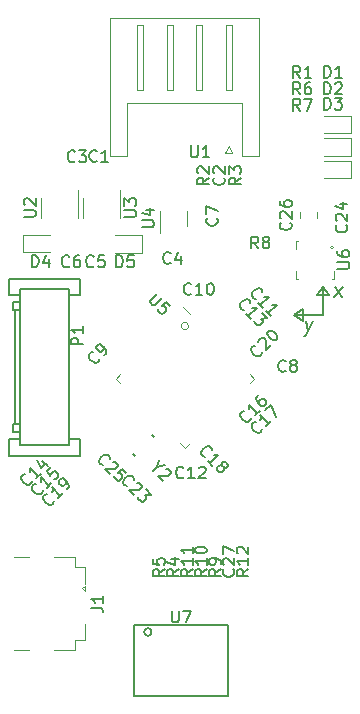
<source format=gto>
G04 #@! TF.GenerationSoftware,KiCad,Pcbnew,(5.0.2)-1*
G04 #@! TF.CreationDate,2019-10-12T16:15:27+09:00*
G04 #@! TF.ProjectId,High_range_accelerometer,48696768-5f72-4616-9e67-655f61636365,rev?*
G04 #@! TF.SameCoordinates,Original*
G04 #@! TF.FileFunction,Legend,Top*
G04 #@! TF.FilePolarity,Positive*
%FSLAX46Y46*%
G04 Gerber Fmt 4.6, Leading zero omitted, Abs format (unit mm)*
G04 Created by KiCad (PCBNEW (5.0.2)-1) date 2019/10/12 16:15:27*
%MOMM*%
%LPD*%
G01*
G04 APERTURE LIST*
%ADD10C,0.100000*%
%ADD11C,0.200000*%
%ADD12C,0.120000*%
%ADD13C,0.150000*%
G04 APERTURE END LIST*
D10*
X107252261Y-79248000D02*
G75*
G03X107252261Y-79248000I-318261J0D01*
G01*
D11*
X104120156Y-105150000D02*
G75*
G03X104120156Y-105150000I-320156J0D01*
G01*
X116900000Y-77800000D02*
X116200000Y-78300000D01*
X116900000Y-77900000D02*
X116900000Y-77800000D01*
X118600000Y-78300000D02*
X116200000Y-78300000D01*
X116200000Y-78300000D02*
X116900000Y-78800000D01*
X116900000Y-78800000D02*
X116900000Y-77900000D01*
X117168422Y-78821428D02*
X117369613Y-79688095D01*
X117787470Y-78821428D02*
X117369613Y-79688095D01*
X117207113Y-79997619D01*
X117137470Y-80059523D01*
X117005922Y-80121428D01*
X119100000Y-76600000D02*
X118600000Y-75900000D01*
X119000000Y-76600000D02*
X119100000Y-76600000D01*
X118100000Y-76600000D02*
X119000000Y-76600000D01*
X118600000Y-75900000D02*
X118100000Y-76600000D01*
X118600000Y-78300000D02*
X118600000Y-75900000D01*
X119529136Y-76788095D02*
X120318422Y-75921428D01*
X119637470Y-75921428D02*
X120210089Y-76788095D01*
D10*
X119493592Y-72593200D02*
G75*
G03X119493592Y-72593200I-113592J0D01*
G01*
D12*
G04 #@! TO.C,U1*
X106898120Y-53160160D02*
X113208120Y-53160160D01*
X113208120Y-53160160D02*
X113208120Y-64880160D01*
X113208120Y-64880160D02*
X111788120Y-64880160D01*
X111788120Y-64880160D02*
X111788120Y-60380160D01*
X111788120Y-60380160D02*
X106898120Y-60380160D01*
X106898120Y-53160160D02*
X100588120Y-53160160D01*
X100588120Y-53160160D02*
X100588120Y-64880160D01*
X100588120Y-64880160D02*
X102008120Y-64880160D01*
X102008120Y-64880160D02*
X102008120Y-60380160D01*
X102008120Y-60380160D02*
X106898120Y-60380160D01*
X110898120Y-59270160D02*
X110898120Y-53770160D01*
X110898120Y-53770160D02*
X110398120Y-53770160D01*
X110398120Y-53770160D02*
X110398120Y-59270160D01*
X110398120Y-59270160D02*
X110898120Y-59270160D01*
X108398120Y-59270160D02*
X108398120Y-53770160D01*
X108398120Y-53770160D02*
X107898120Y-53770160D01*
X107898120Y-53770160D02*
X107898120Y-59270160D01*
X107898120Y-59270160D02*
X108398120Y-59270160D01*
X105898120Y-59270160D02*
X105898120Y-53770160D01*
X105898120Y-53770160D02*
X105398120Y-53770160D01*
X105398120Y-53770160D02*
X105398120Y-59270160D01*
X105398120Y-59270160D02*
X105898120Y-59270160D01*
X103398120Y-59270160D02*
X103398120Y-53770160D01*
X103398120Y-53770160D02*
X102898120Y-53770160D01*
X102898120Y-53770160D02*
X102898120Y-59270160D01*
X102898120Y-59270160D02*
X103398120Y-59270160D01*
X110648120Y-63970160D02*
X110948120Y-64570160D01*
X110948120Y-64570160D02*
X110348120Y-64570160D01*
X110348120Y-64570160D02*
X110648120Y-63970160D01*
G04 #@! TO.C,C26*
X116707350Y-70100958D02*
X116707350Y-69583802D01*
X118127350Y-70100958D02*
X118127350Y-69583802D01*
G04 #@! TO.C,D1*
X118679820Y-62899960D02*
X120964820Y-62899960D01*
X120964820Y-62899960D02*
X120964820Y-61429960D01*
X120964820Y-61429960D02*
X118679820Y-61429960D01*
G04 #@! TO.C,D2*
X120964820Y-63340040D02*
X118679820Y-63340040D01*
X120964820Y-64810040D02*
X120964820Y-63340040D01*
X118679820Y-64810040D02*
X120964820Y-64810040D01*
G04 #@! TO.C,D3*
X118679820Y-66720120D02*
X120964820Y-66720120D01*
X120964820Y-66720120D02*
X120964820Y-65250120D01*
X120964820Y-65250120D02*
X118679820Y-65250120D01*
D13*
G04 #@! TO.C,P1*
X98082080Y-90224000D02*
X92082080Y-90224000D01*
X98082080Y-75224000D02*
X98082080Y-75724000D01*
X92082080Y-75224000D02*
X98082080Y-75224000D01*
X92082080Y-75724000D02*
X92082080Y-75224000D01*
X95382080Y-89324000D02*
X92982080Y-89324000D01*
X95382080Y-89324000D02*
X97082080Y-89324000D01*
X95382080Y-76124000D02*
X92982080Y-76124000D01*
X95382080Y-76124000D02*
X97082080Y-76124000D01*
X97082080Y-78624000D02*
X97082080Y-89324000D01*
X92982080Y-89324000D02*
X92982080Y-78624000D01*
X92082080Y-76624000D02*
X92982080Y-76624000D01*
X97082080Y-76624000D02*
X98082080Y-76624000D01*
X98082080Y-75724000D02*
X98082080Y-76624000D01*
X92982080Y-88824000D02*
X92082080Y-88824000D01*
X98082080Y-88824000D02*
X98082080Y-90224000D01*
X97082080Y-88824000D02*
X98082080Y-88824000D01*
X92082080Y-88824000D02*
X92082080Y-90224000D01*
X92082080Y-75724000D02*
X92082080Y-76624000D01*
X92382080Y-87524000D02*
X92982080Y-87524000D01*
X92382080Y-88224000D02*
X92382080Y-87524000D01*
X92982080Y-88224000D02*
X92382080Y-88224000D01*
X92382080Y-77924000D02*
X92982080Y-77924000D01*
X92382080Y-77224000D02*
X92382080Y-77924000D01*
X92982080Y-77224000D02*
X92382080Y-77224000D01*
X92582080Y-80424000D02*
X92582080Y-87524000D01*
X92982080Y-76124000D02*
X92982080Y-78624000D01*
X92582080Y-80424000D02*
X92582080Y-77924000D01*
X97082080Y-76124000D02*
X97082080Y-78624000D01*
D12*
G04 #@! TO.C,U3*
X98340000Y-68370000D02*
X98340000Y-70130000D01*
X101410000Y-70130000D02*
X101410000Y-67700000D01*
G04 #@! TO.C,U4*
X107096840Y-70767400D02*
X107096840Y-69467400D01*
X104796840Y-71367400D02*
X104796840Y-69467400D01*
G04 #@! TO.C,U6*
X119554900Y-74559440D02*
X119554900Y-75234440D01*
X119554900Y-75234440D02*
X119379900Y-75234440D01*
X116334900Y-74559440D02*
X116334900Y-75234440D01*
X116334900Y-75234440D02*
X116509900Y-75234440D01*
X116334900Y-72689440D02*
X116334900Y-72014440D01*
X116334900Y-72014440D02*
X116509900Y-72014440D01*
D13*
G04 #@! TO.C,U7*
X102598720Y-104579160D02*
X102598720Y-110579160D01*
X110598720Y-110579160D02*
X110598720Y-107579160D01*
X110598720Y-107579160D02*
X110598720Y-104579160D01*
X110598720Y-104579160D02*
X102598720Y-104579160D01*
X102598720Y-110579160D02*
X110598720Y-110579160D01*
G04 #@! TO.C,Y2*
X104350681Y-88629876D02*
X104173904Y-88453099D01*
X102724336Y-90256221D02*
X102547559Y-90079444D01*
D12*
G04 #@! TO.C,U5*
X112421878Y-83300891D02*
X112810786Y-83689800D01*
X112810786Y-83689800D02*
X112421878Y-84078709D01*
X106552891Y-89169878D02*
X106941800Y-89558786D01*
X106941800Y-89558786D02*
X107330709Y-89169878D01*
X101461722Y-84078709D02*
X101072814Y-83689800D01*
X101072814Y-83689800D02*
X101461722Y-83300891D01*
X107330709Y-78209722D02*
X106765023Y-77644037D01*
G04 #@! TO.C,J1*
X95849620Y-98803160D02*
X97649620Y-98803160D01*
X97649620Y-98803160D02*
X97649620Y-99653160D01*
X95849620Y-106703160D02*
X97599620Y-106703160D01*
X97599620Y-106703160D02*
X97649620Y-106703160D01*
X97649620Y-106703160D02*
X97649620Y-105803160D01*
X93699620Y-98803160D02*
X92499620Y-98803160D01*
X98249620Y-101453160D02*
X98449620Y-101253160D01*
X98449620Y-101253160D02*
X98449620Y-101653160D01*
X98449620Y-101653160D02*
X98249620Y-101453160D01*
X93699620Y-106703160D02*
X92499620Y-106703160D01*
X97649620Y-99653160D02*
X98499620Y-99653160D01*
X98499620Y-99653160D02*
X98499620Y-101053160D01*
X97649620Y-105803160D02*
X98499620Y-105803160D01*
X98499620Y-105803160D02*
X98499620Y-104453160D01*
G04 #@! TO.C,D4*
X93215000Y-72985000D02*
X95500000Y-72985000D01*
X93215000Y-71515000D02*
X93215000Y-72985000D01*
X95500000Y-71515000D02*
X93215000Y-71515000D01*
G04 #@! TO.C,D5*
X101050000Y-73035000D02*
X103335000Y-73035000D01*
X103335000Y-73035000D02*
X103335000Y-71565000D01*
X103335000Y-71565000D02*
X101050000Y-71565000D01*
G04 #@! TO.C,U2*
X94790000Y-68370000D02*
X94790000Y-70130000D01*
X97860000Y-70130000D02*
X97860000Y-67700000D01*
G04 #@! TO.C,U1*
D13*
X107442095Y-63942980D02*
X107442095Y-64752504D01*
X107489714Y-64847742D01*
X107537333Y-64895361D01*
X107632571Y-64942980D01*
X107823047Y-64942980D01*
X107918285Y-64895361D01*
X107965904Y-64847742D01*
X108013523Y-64752504D01*
X108013523Y-63942980D01*
X109013523Y-64942980D02*
X108442095Y-64942980D01*
X108727809Y-64942980D02*
X108727809Y-63942980D01*
X108632571Y-64085838D01*
X108537333Y-64181076D01*
X108442095Y-64228695D01*
G04 #@! TO.C,C26*
X115876342Y-70492857D02*
X115923961Y-70540476D01*
X115971580Y-70683333D01*
X115971580Y-70778571D01*
X115923961Y-70921428D01*
X115828723Y-71016666D01*
X115733485Y-71064285D01*
X115543009Y-71111904D01*
X115400152Y-71111904D01*
X115209676Y-71064285D01*
X115114438Y-71016666D01*
X115019200Y-70921428D01*
X114971580Y-70778571D01*
X114971580Y-70683333D01*
X115019200Y-70540476D01*
X115066819Y-70492857D01*
X115066819Y-70111904D02*
X115019200Y-70064285D01*
X114971580Y-69969047D01*
X114971580Y-69730952D01*
X115019200Y-69635714D01*
X115066819Y-69588095D01*
X115162057Y-69540476D01*
X115257295Y-69540476D01*
X115400152Y-69588095D01*
X115971580Y-70159523D01*
X115971580Y-69540476D01*
X114971580Y-68683333D02*
X114971580Y-68873809D01*
X115019200Y-68969047D01*
X115066819Y-69016666D01*
X115209676Y-69111904D01*
X115400152Y-69159523D01*
X115781104Y-69159523D01*
X115876342Y-69111904D01*
X115923961Y-69064285D01*
X115971580Y-68969047D01*
X115971580Y-68778571D01*
X115923961Y-68683333D01*
X115876342Y-68635714D01*
X115781104Y-68588095D01*
X115543009Y-68588095D01*
X115447771Y-68635714D01*
X115400152Y-68683333D01*
X115352533Y-68778571D01*
X115352533Y-68969047D01*
X115400152Y-69064285D01*
X115447771Y-69111904D01*
X115543009Y-69159523D01*
G04 #@! TO.C,D1*
X118710024Y-58222540D02*
X118710024Y-57222540D01*
X118948120Y-57222540D01*
X119090977Y-57270160D01*
X119186215Y-57365398D01*
X119233834Y-57460636D01*
X119281453Y-57651112D01*
X119281453Y-57793969D01*
X119233834Y-57984445D01*
X119186215Y-58079683D01*
X119090977Y-58174921D01*
X118948120Y-58222540D01*
X118710024Y-58222540D01*
X120233834Y-58222540D02*
X119662405Y-58222540D01*
X119948120Y-58222540D02*
X119948120Y-57222540D01*
X119852881Y-57365398D01*
X119757643Y-57460636D01*
X119662405Y-57508255D01*
G04 #@! TO.C,D2*
X118710024Y-59622540D02*
X118710024Y-58622540D01*
X118948120Y-58622540D01*
X119090977Y-58670160D01*
X119186215Y-58765398D01*
X119233834Y-58860636D01*
X119281453Y-59051112D01*
X119281453Y-59193969D01*
X119233834Y-59384445D01*
X119186215Y-59479683D01*
X119090977Y-59574921D01*
X118948120Y-59622540D01*
X118710024Y-59622540D01*
X119662405Y-58717779D02*
X119710024Y-58670160D01*
X119805262Y-58622540D01*
X120043358Y-58622540D01*
X120138596Y-58670160D01*
X120186215Y-58717779D01*
X120233834Y-58813017D01*
X120233834Y-58908255D01*
X120186215Y-59051112D01*
X119614786Y-59622540D01*
X120233834Y-59622540D01*
G04 #@! TO.C,D3*
X118710024Y-60922540D02*
X118710024Y-59922540D01*
X118948120Y-59922540D01*
X119090977Y-59970160D01*
X119186215Y-60065398D01*
X119233834Y-60160636D01*
X119281453Y-60351112D01*
X119281453Y-60493969D01*
X119233834Y-60684445D01*
X119186215Y-60779683D01*
X119090977Y-60874921D01*
X118948120Y-60922540D01*
X118710024Y-60922540D01*
X119614786Y-59922540D02*
X120233834Y-59922540D01*
X119900500Y-60303493D01*
X120043358Y-60303493D01*
X120138596Y-60351112D01*
X120186215Y-60398731D01*
X120233834Y-60493969D01*
X120233834Y-60732064D01*
X120186215Y-60827302D01*
X120138596Y-60874921D01*
X120043358Y-60922540D01*
X119757643Y-60922540D01*
X119662405Y-60874921D01*
X119614786Y-60827302D01*
G04 #@! TO.C,P1*
X98334460Y-80808255D02*
X97334460Y-80808255D01*
X97334460Y-80427302D01*
X97382080Y-80332064D01*
X97429699Y-80284445D01*
X97524937Y-80236826D01*
X97667794Y-80236826D01*
X97763032Y-80284445D01*
X97810651Y-80332064D01*
X97858270Y-80427302D01*
X97858270Y-80808255D01*
X98334460Y-79284445D02*
X98334460Y-79855874D01*
X98334460Y-79570160D02*
X97334460Y-79570160D01*
X97477318Y-79665398D01*
X97572556Y-79760636D01*
X97620175Y-79855874D01*
G04 #@! TO.C,U3*
X101802380Y-70011904D02*
X102611904Y-70011904D01*
X102707142Y-69964285D01*
X102754761Y-69916666D01*
X102802380Y-69821428D01*
X102802380Y-69630952D01*
X102754761Y-69535714D01*
X102707142Y-69488095D01*
X102611904Y-69440476D01*
X101802380Y-69440476D01*
X101802380Y-69059523D02*
X101802380Y-68440476D01*
X102183333Y-68773809D01*
X102183333Y-68630952D01*
X102230952Y-68535714D01*
X102278571Y-68488095D01*
X102373809Y-68440476D01*
X102611904Y-68440476D01*
X102707142Y-68488095D01*
X102754761Y-68535714D01*
X102802380Y-68630952D01*
X102802380Y-68916666D01*
X102754761Y-69011904D01*
X102707142Y-69059523D01*
G04 #@! TO.C,U4*
X103324220Y-70879304D02*
X104133744Y-70879304D01*
X104228982Y-70831685D01*
X104276601Y-70784066D01*
X104324220Y-70688828D01*
X104324220Y-70498352D01*
X104276601Y-70403114D01*
X104228982Y-70355495D01*
X104133744Y-70307876D01*
X103324220Y-70307876D01*
X103657554Y-69403114D02*
X104324220Y-69403114D01*
X103276601Y-69641209D02*
X103990887Y-69879304D01*
X103990887Y-69260257D01*
G04 #@! TO.C,U6*
X119847280Y-74386344D02*
X120656804Y-74386344D01*
X120752042Y-74338725D01*
X120799661Y-74291106D01*
X120847280Y-74195868D01*
X120847280Y-74005392D01*
X120799661Y-73910154D01*
X120752042Y-73862535D01*
X120656804Y-73814916D01*
X119847280Y-73814916D01*
X119847280Y-72910154D02*
X119847280Y-73100630D01*
X119894900Y-73195868D01*
X119942519Y-73243487D01*
X120085376Y-73338725D01*
X120275852Y-73386344D01*
X120656804Y-73386344D01*
X120752042Y-73338725D01*
X120799661Y-73291106D01*
X120847280Y-73195868D01*
X120847280Y-73005392D01*
X120799661Y-72910154D01*
X120752042Y-72862535D01*
X120656804Y-72814916D01*
X120418709Y-72814916D01*
X120323471Y-72862535D01*
X120275852Y-72910154D01*
X120228233Y-73005392D01*
X120228233Y-73195868D01*
X120275852Y-73291106D01*
X120323471Y-73338725D01*
X120418709Y-73386344D01*
G04 #@! TO.C,U7*
X105836815Y-103331540D02*
X105836815Y-104141064D01*
X105884434Y-104236302D01*
X105932053Y-104283921D01*
X106027291Y-104331540D01*
X106217767Y-104331540D01*
X106313005Y-104283921D01*
X106360624Y-104236302D01*
X106408243Y-104141064D01*
X106408243Y-103331540D01*
X106789196Y-103331540D02*
X107455862Y-103331540D01*
X107027291Y-104331540D01*
G04 #@! TO.C,Y2*
X104607518Y-91188046D02*
X104270800Y-91524764D01*
X104742205Y-90581955D02*
X104607518Y-91188046D01*
X105213609Y-91053359D01*
X105348296Y-91322733D02*
X105415640Y-91322733D01*
X105516655Y-91356405D01*
X105685014Y-91524764D01*
X105718686Y-91625779D01*
X105718686Y-91693122D01*
X105685014Y-91794138D01*
X105617670Y-91861481D01*
X105482983Y-91928825D01*
X104674861Y-91928825D01*
X105112594Y-92366557D01*
G04 #@! TO.C,U5*
X104598077Y-76493226D02*
X104025657Y-77065646D01*
X103991985Y-77166661D01*
X103991985Y-77234005D01*
X104025657Y-77335020D01*
X104160344Y-77469707D01*
X104261359Y-77503379D01*
X104328703Y-77503379D01*
X104429718Y-77469707D01*
X105002138Y-76897287D01*
X105675573Y-77570722D02*
X105338855Y-77234005D01*
X104968466Y-77537051D01*
X105035809Y-77537051D01*
X105136825Y-77570722D01*
X105305183Y-77739081D01*
X105338855Y-77840096D01*
X105338855Y-77907440D01*
X105305183Y-78008455D01*
X105136825Y-78176814D01*
X105035809Y-78210486D01*
X104968466Y-78210486D01*
X104867451Y-78176814D01*
X104699092Y-78008455D01*
X104665420Y-77907440D01*
X104665420Y-77840096D01*
G04 #@! TO.C,C2*
X110237542Y-66689266D02*
X110285161Y-66736885D01*
X110332780Y-66879742D01*
X110332780Y-66974980D01*
X110285161Y-67117838D01*
X110189923Y-67213076D01*
X110094685Y-67260695D01*
X109904209Y-67308314D01*
X109761352Y-67308314D01*
X109570876Y-67260695D01*
X109475638Y-67213076D01*
X109380400Y-67117838D01*
X109332780Y-66974980D01*
X109332780Y-66879742D01*
X109380400Y-66736885D01*
X109428019Y-66689266D01*
X109428019Y-66308314D02*
X109380400Y-66260695D01*
X109332780Y-66165457D01*
X109332780Y-65927361D01*
X109380400Y-65832123D01*
X109428019Y-65784504D01*
X109523257Y-65736885D01*
X109618495Y-65736885D01*
X109761352Y-65784504D01*
X110332780Y-66355933D01*
X110332780Y-65736885D01*
G04 #@! TO.C,C4*
X105720853Y-73892442D02*
X105673234Y-73940061D01*
X105530377Y-73987680D01*
X105435139Y-73987680D01*
X105292281Y-73940061D01*
X105197043Y-73844823D01*
X105149424Y-73749585D01*
X105101805Y-73559109D01*
X105101805Y-73416252D01*
X105149424Y-73225776D01*
X105197043Y-73130538D01*
X105292281Y-73035300D01*
X105435139Y-72987680D01*
X105530377Y-72987680D01*
X105673234Y-73035300D01*
X105720853Y-73082919D01*
X106577996Y-73321014D02*
X106577996Y-73987680D01*
X106339900Y-72940061D02*
X106101805Y-73654347D01*
X106720853Y-73654347D01*
G04 #@! TO.C,C7*
X109627942Y-70118266D02*
X109675561Y-70165885D01*
X109723180Y-70308742D01*
X109723180Y-70403980D01*
X109675561Y-70546838D01*
X109580323Y-70642076D01*
X109485085Y-70689695D01*
X109294609Y-70737314D01*
X109151752Y-70737314D01*
X108961276Y-70689695D01*
X108866038Y-70642076D01*
X108770800Y-70546838D01*
X108723180Y-70403980D01*
X108723180Y-70308742D01*
X108770800Y-70165885D01*
X108818419Y-70118266D01*
X108723180Y-69784933D02*
X108723180Y-69118266D01*
X109723180Y-69546838D01*
G04 #@! TO.C,C8*
X115466833Y-83034142D02*
X115419214Y-83081761D01*
X115276357Y-83129380D01*
X115181119Y-83129380D01*
X115038261Y-83081761D01*
X114943023Y-82986523D01*
X114895404Y-82891285D01*
X114847785Y-82700809D01*
X114847785Y-82557952D01*
X114895404Y-82367476D01*
X114943023Y-82272238D01*
X115038261Y-82177000D01*
X115181119Y-82129380D01*
X115276357Y-82129380D01*
X115419214Y-82177000D01*
X115466833Y-82224619D01*
X116038261Y-82557952D02*
X115943023Y-82510333D01*
X115895404Y-82462714D01*
X115847785Y-82367476D01*
X115847785Y-82319857D01*
X115895404Y-82224619D01*
X115943023Y-82177000D01*
X116038261Y-82129380D01*
X116228738Y-82129380D01*
X116323976Y-82177000D01*
X116371595Y-82224619D01*
X116419214Y-82319857D01*
X116419214Y-82367476D01*
X116371595Y-82462714D01*
X116323976Y-82510333D01*
X116228738Y-82557952D01*
X116038261Y-82557952D01*
X115943023Y-82605571D01*
X115895404Y-82653190D01*
X115847785Y-82748428D01*
X115847785Y-82938904D01*
X115895404Y-83034142D01*
X115943023Y-83081761D01*
X116038261Y-83129380D01*
X116228738Y-83129380D01*
X116323976Y-83081761D01*
X116371595Y-83034142D01*
X116419214Y-82938904D01*
X116419214Y-82748428D01*
X116371595Y-82653190D01*
X116323976Y-82605571D01*
X116228738Y-82557952D01*
G04 #@! TO.C,C9*
X99702687Y-82005989D02*
X99702687Y-82073332D01*
X99635343Y-82208019D01*
X99568000Y-82275363D01*
X99433312Y-82342706D01*
X99298625Y-82342706D01*
X99197610Y-82309035D01*
X99029251Y-82208019D01*
X98928236Y-82107004D01*
X98827221Y-81938645D01*
X98793549Y-81837630D01*
X98793549Y-81702943D01*
X98860893Y-81568256D01*
X98928236Y-81500912D01*
X99062923Y-81433569D01*
X99130267Y-81433569D01*
X100106748Y-81736615D02*
X100241435Y-81601928D01*
X100275106Y-81500912D01*
X100275106Y-81433569D01*
X100241435Y-81265210D01*
X100140419Y-81096851D01*
X99871045Y-80827477D01*
X99770030Y-80793806D01*
X99702687Y-80793806D01*
X99601671Y-80827477D01*
X99466984Y-80962164D01*
X99433312Y-81063180D01*
X99433312Y-81130523D01*
X99466984Y-81231538D01*
X99635343Y-81399897D01*
X99736358Y-81433569D01*
X99803702Y-81433569D01*
X99904717Y-81399897D01*
X100039404Y-81265210D01*
X100073076Y-81164195D01*
X100073076Y-81096851D01*
X100039404Y-80995836D01*
G04 #@! TO.C,C10*
X107459542Y-76506342D02*
X107411923Y-76553961D01*
X107269066Y-76601580D01*
X107173828Y-76601580D01*
X107030971Y-76553961D01*
X106935733Y-76458723D01*
X106888114Y-76363485D01*
X106840495Y-76173009D01*
X106840495Y-76030152D01*
X106888114Y-75839676D01*
X106935733Y-75744438D01*
X107030971Y-75649200D01*
X107173828Y-75601580D01*
X107269066Y-75601580D01*
X107411923Y-75649200D01*
X107459542Y-75696819D01*
X108411923Y-76601580D02*
X107840495Y-76601580D01*
X108126209Y-76601580D02*
X108126209Y-75601580D01*
X108030971Y-75744438D01*
X107935733Y-75839676D01*
X107840495Y-75887295D01*
X109030971Y-75601580D02*
X109126209Y-75601580D01*
X109221447Y-75649200D01*
X109269066Y-75696819D01*
X109316685Y-75792057D01*
X109364304Y-75982533D01*
X109364304Y-76220628D01*
X109316685Y-76411104D01*
X109269066Y-76506342D01*
X109221447Y-76553961D01*
X109126209Y-76601580D01*
X109030971Y-76601580D01*
X108935733Y-76553961D01*
X108888114Y-76506342D01*
X108840495Y-76411104D01*
X108792876Y-76220628D01*
X108792876Y-75982533D01*
X108840495Y-75792057D01*
X108888114Y-75696819D01*
X108935733Y-75649200D01*
X109030971Y-75601580D01*
G04 #@! TO.C,C11*
X112932493Y-76963169D02*
X112865149Y-76963169D01*
X112730462Y-76895825D01*
X112663119Y-76828482D01*
X112595775Y-76693795D01*
X112595775Y-76559108D01*
X112629447Y-76458093D01*
X112730462Y-76289734D01*
X112831477Y-76188719D01*
X112999836Y-76087703D01*
X113100851Y-76054032D01*
X113235538Y-76054032D01*
X113370225Y-76121375D01*
X113437569Y-76188719D01*
X113504912Y-76323406D01*
X113504912Y-76390749D01*
X113538584Y-77703948D02*
X113134523Y-77299887D01*
X113336554Y-77501917D02*
X114043661Y-76794810D01*
X113875302Y-76828482D01*
X113740615Y-76828482D01*
X113639600Y-76794810D01*
X114212019Y-78377383D02*
X113807958Y-77973322D01*
X114009989Y-78175352D02*
X114717096Y-77468245D01*
X114548737Y-77501917D01*
X114414050Y-77501917D01*
X114313035Y-77468245D01*
G04 #@! TO.C,C12*
X106799142Y-92051142D02*
X106751523Y-92098761D01*
X106608666Y-92146380D01*
X106513428Y-92146380D01*
X106370571Y-92098761D01*
X106275333Y-92003523D01*
X106227714Y-91908285D01*
X106180095Y-91717809D01*
X106180095Y-91574952D01*
X106227714Y-91384476D01*
X106275333Y-91289238D01*
X106370571Y-91194000D01*
X106513428Y-91146380D01*
X106608666Y-91146380D01*
X106751523Y-91194000D01*
X106799142Y-91241619D01*
X107751523Y-92146380D02*
X107180095Y-92146380D01*
X107465809Y-92146380D02*
X107465809Y-91146380D01*
X107370571Y-91289238D01*
X107275333Y-91384476D01*
X107180095Y-91432095D01*
X108132476Y-91241619D02*
X108180095Y-91194000D01*
X108275333Y-91146380D01*
X108513428Y-91146380D01*
X108608666Y-91194000D01*
X108656285Y-91241619D01*
X108703904Y-91336857D01*
X108703904Y-91432095D01*
X108656285Y-91574952D01*
X108084857Y-92146380D01*
X108703904Y-92146380D01*
G04 #@! TO.C,C13*
X111916493Y-77877569D02*
X111849149Y-77877569D01*
X111714462Y-77810225D01*
X111647119Y-77742882D01*
X111579775Y-77608195D01*
X111579775Y-77473508D01*
X111613447Y-77372493D01*
X111714462Y-77204134D01*
X111815477Y-77103119D01*
X111983836Y-77002103D01*
X112084851Y-76968432D01*
X112219538Y-76968432D01*
X112354225Y-77035775D01*
X112421569Y-77103119D01*
X112488912Y-77237806D01*
X112488912Y-77305149D01*
X112522584Y-78618348D02*
X112118523Y-78214287D01*
X112320554Y-78416317D02*
X113027661Y-77709210D01*
X112859302Y-77742882D01*
X112724615Y-77742882D01*
X112623600Y-77709210D01*
X113465393Y-78146943D02*
X113903126Y-78584676D01*
X113398050Y-78618348D01*
X113499065Y-78719363D01*
X113532737Y-78820378D01*
X113532737Y-78887722D01*
X113499065Y-78988737D01*
X113330706Y-79157096D01*
X113229691Y-79190767D01*
X113162348Y-79190767D01*
X113061332Y-79157096D01*
X112859302Y-78955065D01*
X112825630Y-78854050D01*
X112825630Y-78786706D01*
G04 #@! TO.C,C14*
X93981169Y-92350306D02*
X93981169Y-92417650D01*
X93913825Y-92552337D01*
X93846482Y-92619680D01*
X93711795Y-92687024D01*
X93577108Y-92687024D01*
X93476093Y-92653352D01*
X93307734Y-92552337D01*
X93206719Y-92451322D01*
X93105703Y-92282963D01*
X93072032Y-92181948D01*
X93072032Y-92047261D01*
X93139375Y-91912574D01*
X93206719Y-91845230D01*
X93341406Y-91777887D01*
X93408749Y-91777887D01*
X94721948Y-91744215D02*
X94317887Y-92148276D01*
X94519917Y-91946245D02*
X93812810Y-91239138D01*
X93846482Y-91407497D01*
X93846482Y-91542184D01*
X93812810Y-91643200D01*
X94856635Y-90666719D02*
X95328039Y-91138123D01*
X94418902Y-90565703D02*
X94755619Y-91239138D01*
X95193352Y-90801406D01*
G04 #@! TO.C,C15*
X94895569Y-93163106D02*
X94895569Y-93230450D01*
X94828225Y-93365137D01*
X94760882Y-93432480D01*
X94626195Y-93499824D01*
X94491508Y-93499824D01*
X94390493Y-93466152D01*
X94222134Y-93365137D01*
X94121119Y-93264122D01*
X94020103Y-93095763D01*
X93986432Y-92994748D01*
X93986432Y-92860061D01*
X94053775Y-92725374D01*
X94121119Y-92658030D01*
X94255806Y-92590687D01*
X94323149Y-92590687D01*
X95636348Y-92557015D02*
X95232287Y-92961076D01*
X95434317Y-92759045D02*
X94727210Y-92051938D01*
X94760882Y-92220297D01*
X94760882Y-92354984D01*
X94727210Y-92456000D01*
X95569004Y-91210145D02*
X95232287Y-91546862D01*
X95535332Y-91917251D01*
X95535332Y-91849908D01*
X95569004Y-91748893D01*
X95737363Y-91580534D01*
X95838378Y-91546862D01*
X95905722Y-91546862D01*
X96006737Y-91580534D01*
X96175096Y-91748893D01*
X96208767Y-91849908D01*
X96208767Y-91917251D01*
X96175096Y-92018267D01*
X96006737Y-92186625D01*
X95905722Y-92220297D01*
X95838378Y-92220297D01*
G04 #@! TO.C,C16*
X112523169Y-87016306D02*
X112523169Y-87083650D01*
X112455825Y-87218337D01*
X112388482Y-87285680D01*
X112253795Y-87353024D01*
X112119108Y-87353024D01*
X112018093Y-87319352D01*
X111849734Y-87218337D01*
X111748719Y-87117322D01*
X111647703Y-86948963D01*
X111614032Y-86847948D01*
X111614032Y-86713261D01*
X111681375Y-86578574D01*
X111748719Y-86511230D01*
X111883406Y-86443887D01*
X111950749Y-86443887D01*
X113263948Y-86410215D02*
X112859887Y-86814276D01*
X113061917Y-86612245D02*
X112354810Y-85905138D01*
X112388482Y-86073497D01*
X112388482Y-86208184D01*
X112354810Y-86309200D01*
X113162932Y-85097016D02*
X113028245Y-85231703D01*
X112994574Y-85332719D01*
X112994574Y-85400062D01*
X113028245Y-85568421D01*
X113129261Y-85736780D01*
X113398635Y-86006154D01*
X113499650Y-86039825D01*
X113566993Y-86039825D01*
X113668009Y-86006154D01*
X113802696Y-85871467D01*
X113836367Y-85770451D01*
X113836367Y-85703108D01*
X113802696Y-85602093D01*
X113634337Y-85433734D01*
X113533322Y-85400062D01*
X113465978Y-85400062D01*
X113364963Y-85433734D01*
X113230276Y-85568421D01*
X113196604Y-85669436D01*
X113196604Y-85736780D01*
X113230276Y-85837795D01*
G04 #@! TO.C,C17*
X113488369Y-87930706D02*
X113488369Y-87998050D01*
X113421025Y-88132737D01*
X113353682Y-88200080D01*
X113218995Y-88267424D01*
X113084308Y-88267424D01*
X112983293Y-88233752D01*
X112814934Y-88132737D01*
X112713919Y-88031722D01*
X112612903Y-87863363D01*
X112579232Y-87762348D01*
X112579232Y-87627661D01*
X112646575Y-87492974D01*
X112713919Y-87425630D01*
X112848606Y-87358287D01*
X112915949Y-87358287D01*
X114229148Y-87324615D02*
X113825087Y-87728676D01*
X114027117Y-87526645D02*
X113320010Y-86819538D01*
X113353682Y-86987897D01*
X113353682Y-87122584D01*
X113320010Y-87223600D01*
X113757743Y-86381806D02*
X114229148Y-85910401D01*
X114633209Y-86920554D01*
G04 #@! TO.C,C18*
X108665293Y-90323569D02*
X108597949Y-90323569D01*
X108463262Y-90256225D01*
X108395919Y-90188882D01*
X108328575Y-90054195D01*
X108328575Y-89919508D01*
X108362247Y-89818493D01*
X108463262Y-89650134D01*
X108564277Y-89549119D01*
X108732636Y-89448103D01*
X108833651Y-89414432D01*
X108968338Y-89414432D01*
X109103025Y-89481775D01*
X109170369Y-89549119D01*
X109237712Y-89683806D01*
X109237712Y-89751149D01*
X109271384Y-91064348D02*
X108867323Y-90660287D01*
X109069354Y-90862317D02*
X109776461Y-90155210D01*
X109608102Y-90188882D01*
X109473415Y-90188882D01*
X109372400Y-90155210D01*
X110079506Y-91064348D02*
X110045835Y-90963332D01*
X110045835Y-90895989D01*
X110079506Y-90794974D01*
X110113178Y-90761302D01*
X110214193Y-90727630D01*
X110281537Y-90727630D01*
X110382552Y-90761302D01*
X110517239Y-90895989D01*
X110550911Y-90997004D01*
X110550911Y-91064348D01*
X110517239Y-91165363D01*
X110483567Y-91199035D01*
X110382552Y-91232706D01*
X110315209Y-91232706D01*
X110214193Y-91199035D01*
X110079506Y-91064348D01*
X109978491Y-91030676D01*
X109911148Y-91030676D01*
X109810132Y-91064348D01*
X109675445Y-91199035D01*
X109641774Y-91300050D01*
X109641774Y-91367393D01*
X109675445Y-91468409D01*
X109810132Y-91603096D01*
X109911148Y-91636767D01*
X109978491Y-91636767D01*
X110079506Y-91603096D01*
X110214193Y-91468409D01*
X110247865Y-91367393D01*
X110247865Y-91300050D01*
X110214193Y-91199035D01*
G04 #@! TO.C,C19*
X95860769Y-94026706D02*
X95860769Y-94094050D01*
X95793425Y-94228737D01*
X95726082Y-94296080D01*
X95591395Y-94363424D01*
X95456708Y-94363424D01*
X95355693Y-94329752D01*
X95187334Y-94228737D01*
X95086319Y-94127722D01*
X94985303Y-93959363D01*
X94951632Y-93858348D01*
X94951632Y-93723661D01*
X95018975Y-93588974D01*
X95086319Y-93521630D01*
X95221006Y-93454287D01*
X95288349Y-93454287D01*
X96601548Y-93420615D02*
X96197487Y-93824676D01*
X96399517Y-93622645D02*
X95692410Y-92915538D01*
X95726082Y-93083897D01*
X95726082Y-93218584D01*
X95692410Y-93319600D01*
X96938265Y-93083897D02*
X97072952Y-92949210D01*
X97106624Y-92848195D01*
X97106624Y-92780851D01*
X97072952Y-92612493D01*
X96971937Y-92444134D01*
X96702563Y-92174760D01*
X96601548Y-92141088D01*
X96534204Y-92141088D01*
X96433189Y-92174760D01*
X96298502Y-92309447D01*
X96264830Y-92410462D01*
X96264830Y-92477806D01*
X96298502Y-92578821D01*
X96466861Y-92747180D01*
X96567876Y-92780851D01*
X96635219Y-92780851D01*
X96736235Y-92747180D01*
X96870922Y-92612493D01*
X96904593Y-92511477D01*
X96904593Y-92444134D01*
X96870922Y-92343119D01*
G04 #@! TO.C,C20*
X113462969Y-81479106D02*
X113462969Y-81546450D01*
X113395625Y-81681137D01*
X113328282Y-81748480D01*
X113193595Y-81815824D01*
X113058908Y-81815824D01*
X112957893Y-81782152D01*
X112789534Y-81681137D01*
X112688519Y-81580122D01*
X112587503Y-81411763D01*
X112553832Y-81310748D01*
X112553832Y-81176061D01*
X112621175Y-81041374D01*
X112688519Y-80974030D01*
X112823206Y-80906687D01*
X112890549Y-80906687D01*
X113159923Y-80637312D02*
X113159923Y-80569969D01*
X113193595Y-80468954D01*
X113361954Y-80300595D01*
X113462969Y-80266923D01*
X113530312Y-80266923D01*
X113631328Y-80300595D01*
X113698671Y-80367938D01*
X113766015Y-80502625D01*
X113766015Y-81310748D01*
X114203748Y-80873015D01*
X113934374Y-79728175D02*
X114001717Y-79660832D01*
X114102732Y-79627160D01*
X114170076Y-79627160D01*
X114271091Y-79660832D01*
X114439450Y-79761847D01*
X114607809Y-79930206D01*
X114708824Y-80098564D01*
X114742496Y-80199580D01*
X114742496Y-80266923D01*
X114708824Y-80367938D01*
X114641480Y-80435282D01*
X114540465Y-80468954D01*
X114473122Y-80468954D01*
X114372106Y-80435282D01*
X114203748Y-80334267D01*
X114035389Y-80165908D01*
X113934374Y-79997549D01*
X113900702Y-79896534D01*
X113900702Y-79829190D01*
X113934374Y-79728175D01*
G04 #@! TO.C,C23*
X102061293Y-92812768D02*
X101993949Y-92812768D01*
X101859262Y-92745424D01*
X101791919Y-92678081D01*
X101724575Y-92543394D01*
X101724575Y-92408707D01*
X101758247Y-92307692D01*
X101859262Y-92139333D01*
X101960277Y-92038318D01*
X102128636Y-91937302D01*
X102229651Y-91903631D01*
X102364338Y-91903631D01*
X102499025Y-91970974D01*
X102566369Y-92038318D01*
X102633712Y-92173005D01*
X102633712Y-92240348D01*
X102903087Y-92509722D02*
X102970430Y-92509722D01*
X103071445Y-92543394D01*
X103239804Y-92711753D01*
X103273476Y-92812768D01*
X103273476Y-92880111D01*
X103239804Y-92981127D01*
X103172461Y-93048470D01*
X103037774Y-93115814D01*
X102229651Y-93115814D01*
X102667384Y-93553547D01*
X103610193Y-93082142D02*
X104047926Y-93519875D01*
X103542850Y-93553547D01*
X103643865Y-93654562D01*
X103677537Y-93755577D01*
X103677537Y-93822921D01*
X103643865Y-93923936D01*
X103475506Y-94092295D01*
X103374491Y-94125966D01*
X103307148Y-94125966D01*
X103206132Y-94092295D01*
X103004102Y-93890264D01*
X102970430Y-93789249D01*
X102970430Y-93721905D01*
G04 #@! TO.C,C24*
X120600742Y-70696057D02*
X120648361Y-70743676D01*
X120695980Y-70886533D01*
X120695980Y-70981771D01*
X120648361Y-71124628D01*
X120553123Y-71219866D01*
X120457885Y-71267485D01*
X120267409Y-71315104D01*
X120124552Y-71315104D01*
X119934076Y-71267485D01*
X119838838Y-71219866D01*
X119743600Y-71124628D01*
X119695980Y-70981771D01*
X119695980Y-70886533D01*
X119743600Y-70743676D01*
X119791219Y-70696057D01*
X119791219Y-70315104D02*
X119743600Y-70267485D01*
X119695980Y-70172247D01*
X119695980Y-69934152D01*
X119743600Y-69838914D01*
X119791219Y-69791295D01*
X119886457Y-69743676D01*
X119981695Y-69743676D01*
X120124552Y-69791295D01*
X120695980Y-70362723D01*
X120695980Y-69743676D01*
X120029314Y-68886533D02*
X120695980Y-68886533D01*
X119648361Y-69124628D02*
X120362647Y-69362723D01*
X120362647Y-68743676D01*
G04 #@! TO.C,C25*
X100029292Y-91034769D02*
X99961948Y-91034769D01*
X99827261Y-90967425D01*
X99759918Y-90900082D01*
X99692574Y-90765395D01*
X99692574Y-90630708D01*
X99726246Y-90529693D01*
X99827261Y-90361334D01*
X99928276Y-90260319D01*
X100096635Y-90159303D01*
X100197650Y-90125632D01*
X100332337Y-90125632D01*
X100467024Y-90192975D01*
X100534368Y-90260319D01*
X100601711Y-90395006D01*
X100601711Y-90462349D01*
X100871086Y-90731723D02*
X100938429Y-90731723D01*
X101039444Y-90765395D01*
X101207803Y-90933754D01*
X101241475Y-91034769D01*
X101241475Y-91102112D01*
X101207803Y-91203128D01*
X101140460Y-91270471D01*
X101005773Y-91337815D01*
X100197650Y-91337815D01*
X100635383Y-91775548D01*
X101982253Y-91708204D02*
X101645536Y-91371487D01*
X101275147Y-91674532D01*
X101342490Y-91674532D01*
X101443505Y-91708204D01*
X101611864Y-91876563D01*
X101645536Y-91977578D01*
X101645536Y-92044922D01*
X101611864Y-92145937D01*
X101443505Y-92314296D01*
X101342490Y-92347967D01*
X101275147Y-92347967D01*
X101174131Y-92314296D01*
X101005773Y-92145937D01*
X100972101Y-92044922D01*
X100972101Y-91977578D01*
G04 #@! TO.C,C27*
X111037642Y-99836266D02*
X111085261Y-99883885D01*
X111132880Y-100026742D01*
X111132880Y-100121980D01*
X111085261Y-100264837D01*
X110990023Y-100360075D01*
X110894785Y-100407694D01*
X110704309Y-100455313D01*
X110561452Y-100455313D01*
X110370976Y-100407694D01*
X110275738Y-100360075D01*
X110180500Y-100264837D01*
X110132880Y-100121980D01*
X110132880Y-100026742D01*
X110180500Y-99883885D01*
X110228119Y-99836266D01*
X110228119Y-99455313D02*
X110180500Y-99407694D01*
X110132880Y-99312456D01*
X110132880Y-99074361D01*
X110180500Y-98979123D01*
X110228119Y-98931504D01*
X110323357Y-98883885D01*
X110418595Y-98883885D01*
X110561452Y-98931504D01*
X111132880Y-99502932D01*
X111132880Y-98883885D01*
X110132880Y-98550551D02*
X110132880Y-97883885D01*
X111132880Y-98312456D01*
G04 #@! TO.C,J1*
X99002000Y-103086493D02*
X99716286Y-103086493D01*
X99859143Y-103134112D01*
X99954381Y-103229350D01*
X100002000Y-103372207D01*
X100002000Y-103467445D01*
X100002000Y-102086493D02*
X100002000Y-102657921D01*
X100002000Y-102372207D02*
X99002000Y-102372207D01*
X99144858Y-102467445D01*
X99240096Y-102562683D01*
X99287715Y-102657921D01*
G04 #@! TO.C,C1*
X99477533Y-65254142D02*
X99429914Y-65301761D01*
X99287057Y-65349380D01*
X99191819Y-65349380D01*
X99048961Y-65301761D01*
X98953723Y-65206523D01*
X98906104Y-65111285D01*
X98858485Y-64920809D01*
X98858485Y-64777952D01*
X98906104Y-64587476D01*
X98953723Y-64492238D01*
X99048961Y-64397000D01*
X99191819Y-64349380D01*
X99287057Y-64349380D01*
X99429914Y-64397000D01*
X99477533Y-64444619D01*
X100429914Y-65349380D02*
X99858485Y-65349380D01*
X100144200Y-65349380D02*
X100144200Y-64349380D01*
X100048961Y-64492238D01*
X99953723Y-64587476D01*
X99858485Y-64635095D01*
G04 #@! TO.C,C3*
X97633333Y-65287142D02*
X97585714Y-65334761D01*
X97442857Y-65382380D01*
X97347619Y-65382380D01*
X97204761Y-65334761D01*
X97109523Y-65239523D01*
X97061904Y-65144285D01*
X97014285Y-64953809D01*
X97014285Y-64810952D01*
X97061904Y-64620476D01*
X97109523Y-64525238D01*
X97204761Y-64430000D01*
X97347619Y-64382380D01*
X97442857Y-64382380D01*
X97585714Y-64430000D01*
X97633333Y-64477619D01*
X97966666Y-64382380D02*
X98585714Y-64382380D01*
X98252380Y-64763333D01*
X98395238Y-64763333D01*
X98490476Y-64810952D01*
X98538095Y-64858571D01*
X98585714Y-64953809D01*
X98585714Y-65191904D01*
X98538095Y-65287142D01*
X98490476Y-65334761D01*
X98395238Y-65382380D01*
X98109523Y-65382380D01*
X98014285Y-65334761D01*
X97966666Y-65287142D01*
G04 #@! TO.C,C5*
X99198133Y-74169542D02*
X99150514Y-74217161D01*
X99007657Y-74264780D01*
X98912419Y-74264780D01*
X98769561Y-74217161D01*
X98674323Y-74121923D01*
X98626704Y-74026685D01*
X98579085Y-73836209D01*
X98579085Y-73693352D01*
X98626704Y-73502876D01*
X98674323Y-73407638D01*
X98769561Y-73312400D01*
X98912419Y-73264780D01*
X99007657Y-73264780D01*
X99150514Y-73312400D01*
X99198133Y-73360019D01*
X100102895Y-73264780D02*
X99626704Y-73264780D01*
X99579085Y-73740971D01*
X99626704Y-73693352D01*
X99721942Y-73645733D01*
X99960038Y-73645733D01*
X100055276Y-73693352D01*
X100102895Y-73740971D01*
X100150514Y-73836209D01*
X100150514Y-74074304D01*
X100102895Y-74169542D01*
X100055276Y-74217161D01*
X99960038Y-74264780D01*
X99721942Y-74264780D01*
X99626704Y-74217161D01*
X99579085Y-74169542D01*
G04 #@! TO.C,C6*
X97140733Y-74169542D02*
X97093114Y-74217161D01*
X96950257Y-74264780D01*
X96855019Y-74264780D01*
X96712161Y-74217161D01*
X96616923Y-74121923D01*
X96569304Y-74026685D01*
X96521685Y-73836209D01*
X96521685Y-73693352D01*
X96569304Y-73502876D01*
X96616923Y-73407638D01*
X96712161Y-73312400D01*
X96855019Y-73264780D01*
X96950257Y-73264780D01*
X97093114Y-73312400D01*
X97140733Y-73360019D01*
X97997876Y-73264780D02*
X97807400Y-73264780D01*
X97712161Y-73312400D01*
X97664542Y-73360019D01*
X97569304Y-73502876D01*
X97521685Y-73693352D01*
X97521685Y-74074304D01*
X97569304Y-74169542D01*
X97616923Y-74217161D01*
X97712161Y-74264780D01*
X97902638Y-74264780D01*
X97997876Y-74217161D01*
X98045495Y-74169542D01*
X98093114Y-74074304D01*
X98093114Y-73836209D01*
X98045495Y-73740971D01*
X97997876Y-73693352D01*
X97902638Y-73645733D01*
X97712161Y-73645733D01*
X97616923Y-73693352D01*
X97569304Y-73740971D01*
X97521685Y-73836209D01*
G04 #@! TO.C,D4*
X93978504Y-74264780D02*
X93978504Y-73264780D01*
X94216600Y-73264780D01*
X94359457Y-73312400D01*
X94454695Y-73407638D01*
X94502314Y-73502876D01*
X94549933Y-73693352D01*
X94549933Y-73836209D01*
X94502314Y-74026685D01*
X94454695Y-74121923D01*
X94359457Y-74217161D01*
X94216600Y-74264780D01*
X93978504Y-74264780D01*
X95407076Y-73598114D02*
X95407076Y-74264780D01*
X95168980Y-73217161D02*
X94930885Y-73931447D01*
X95549933Y-73931447D01*
G04 #@! TO.C,D5*
X101111904Y-74264780D02*
X101111904Y-73264780D01*
X101350000Y-73264780D01*
X101492857Y-73312400D01*
X101588095Y-73407638D01*
X101635714Y-73502876D01*
X101683333Y-73693352D01*
X101683333Y-73836209D01*
X101635714Y-74026685D01*
X101588095Y-74121923D01*
X101492857Y-74217161D01*
X101350000Y-74264780D01*
X101111904Y-74264780D01*
X102588095Y-73264780D02*
X102111904Y-73264780D01*
X102064285Y-73740971D01*
X102111904Y-73693352D01*
X102207142Y-73645733D01*
X102445238Y-73645733D01*
X102540476Y-73693352D01*
X102588095Y-73740971D01*
X102635714Y-73836209D01*
X102635714Y-74074304D01*
X102588095Y-74169542D01*
X102540476Y-74217161D01*
X102445238Y-74264780D01*
X102207142Y-74264780D01*
X102111904Y-74217161D01*
X102064285Y-74169542D01*
G04 #@! TO.C,U2*
X93305380Y-70002304D02*
X94114904Y-70002304D01*
X94210142Y-69954685D01*
X94257761Y-69907066D01*
X94305380Y-69811828D01*
X94305380Y-69621352D01*
X94257761Y-69526114D01*
X94210142Y-69478495D01*
X94114904Y-69430876D01*
X93305380Y-69430876D01*
X93400619Y-69002304D02*
X93353000Y-68954685D01*
X93305380Y-68859447D01*
X93305380Y-68621352D01*
X93353000Y-68526114D01*
X93400619Y-68478495D01*
X93495857Y-68430876D01*
X93591095Y-68430876D01*
X93733952Y-68478495D01*
X94305380Y-69049923D01*
X94305380Y-68430876D01*
G04 #@! TO.C,R1*
X116698733Y-58237380D02*
X116365400Y-57761190D01*
X116127304Y-58237380D02*
X116127304Y-57237380D01*
X116508257Y-57237380D01*
X116603495Y-57285000D01*
X116651114Y-57332619D01*
X116698733Y-57427857D01*
X116698733Y-57570714D01*
X116651114Y-57665952D01*
X116603495Y-57713571D01*
X116508257Y-57761190D01*
X116127304Y-57761190D01*
X117651114Y-58237380D02*
X117079685Y-58237380D01*
X117365400Y-58237380D02*
X117365400Y-57237380D01*
X117270161Y-57380238D01*
X117174923Y-57475476D01*
X117079685Y-57523095D01*
G04 #@! TO.C,R2*
X108986580Y-66689266D02*
X108510390Y-67022600D01*
X108986580Y-67260695D02*
X107986580Y-67260695D01*
X107986580Y-66879742D01*
X108034200Y-66784504D01*
X108081819Y-66736885D01*
X108177057Y-66689266D01*
X108319914Y-66689266D01*
X108415152Y-66736885D01*
X108462771Y-66784504D01*
X108510390Y-66879742D01*
X108510390Y-67260695D01*
X108081819Y-66308314D02*
X108034200Y-66260695D01*
X107986580Y-66165457D01*
X107986580Y-65927361D01*
X108034200Y-65832123D01*
X108081819Y-65784504D01*
X108177057Y-65736885D01*
X108272295Y-65736885D01*
X108415152Y-65784504D01*
X108986580Y-66355933D01*
X108986580Y-65736885D01*
G04 #@! TO.C,R3*
X111678980Y-66689266D02*
X111202790Y-67022600D01*
X111678980Y-67260695D02*
X110678980Y-67260695D01*
X110678980Y-66879742D01*
X110726600Y-66784504D01*
X110774219Y-66736885D01*
X110869457Y-66689266D01*
X111012314Y-66689266D01*
X111107552Y-66736885D01*
X111155171Y-66784504D01*
X111202790Y-66879742D01*
X111202790Y-67260695D01*
X110678980Y-66355933D02*
X110678980Y-65736885D01*
X111059933Y-66070219D01*
X111059933Y-65927361D01*
X111107552Y-65832123D01*
X111155171Y-65784504D01*
X111250409Y-65736885D01*
X111488504Y-65736885D01*
X111583742Y-65784504D01*
X111631361Y-65832123D01*
X111678980Y-65927361D01*
X111678980Y-66213076D01*
X111631361Y-66308314D01*
X111583742Y-66355933D01*
G04 #@! TO.C,R4*
X106408480Y-99836266D02*
X105932290Y-100169600D01*
X106408480Y-100407695D02*
X105408480Y-100407695D01*
X105408480Y-100026742D01*
X105456100Y-99931504D01*
X105503719Y-99883885D01*
X105598957Y-99836266D01*
X105741814Y-99836266D01*
X105837052Y-99883885D01*
X105884671Y-99931504D01*
X105932290Y-100026742D01*
X105932290Y-100407695D01*
X105741814Y-98979123D02*
X106408480Y-98979123D01*
X105360861Y-99217219D02*
X106075147Y-99455314D01*
X106075147Y-98836266D01*
G04 #@! TO.C,R5*
X105227380Y-99836266D02*
X104751190Y-100169600D01*
X105227380Y-100407695D02*
X104227380Y-100407695D01*
X104227380Y-100026742D01*
X104275000Y-99931504D01*
X104322619Y-99883885D01*
X104417857Y-99836266D01*
X104560714Y-99836266D01*
X104655952Y-99883885D01*
X104703571Y-99931504D01*
X104751190Y-100026742D01*
X104751190Y-100407695D01*
X104227380Y-98931504D02*
X104227380Y-99407695D01*
X104703571Y-99455314D01*
X104655952Y-99407695D01*
X104608333Y-99312457D01*
X104608333Y-99074361D01*
X104655952Y-98979123D01*
X104703571Y-98931504D01*
X104798809Y-98883885D01*
X105036904Y-98883885D01*
X105132142Y-98931504D01*
X105179761Y-98979123D01*
X105227380Y-99074361D01*
X105227380Y-99312457D01*
X105179761Y-99407695D01*
X105132142Y-99455314D01*
G04 #@! TO.C,R6*
X116698733Y-59621680D02*
X116365400Y-59145490D01*
X116127304Y-59621680D02*
X116127304Y-58621680D01*
X116508257Y-58621680D01*
X116603495Y-58669300D01*
X116651114Y-58716919D01*
X116698733Y-58812157D01*
X116698733Y-58955014D01*
X116651114Y-59050252D01*
X116603495Y-59097871D01*
X116508257Y-59145490D01*
X116127304Y-59145490D01*
X117555876Y-58621680D02*
X117365400Y-58621680D01*
X117270161Y-58669300D01*
X117222542Y-58716919D01*
X117127304Y-58859776D01*
X117079685Y-59050252D01*
X117079685Y-59431204D01*
X117127304Y-59526442D01*
X117174923Y-59574061D01*
X117270161Y-59621680D01*
X117460638Y-59621680D01*
X117555876Y-59574061D01*
X117603495Y-59526442D01*
X117651114Y-59431204D01*
X117651114Y-59193109D01*
X117603495Y-59097871D01*
X117555876Y-59050252D01*
X117460638Y-59002633D01*
X117270161Y-59002633D01*
X117174923Y-59050252D01*
X117127304Y-59097871D01*
X117079685Y-59193109D01*
G04 #@! TO.C,R7*
X116698733Y-61005980D02*
X116365400Y-60529790D01*
X116127304Y-61005980D02*
X116127304Y-60005980D01*
X116508257Y-60005980D01*
X116603495Y-60053600D01*
X116651114Y-60101219D01*
X116698733Y-60196457D01*
X116698733Y-60339314D01*
X116651114Y-60434552D01*
X116603495Y-60482171D01*
X116508257Y-60529790D01*
X116127304Y-60529790D01*
X117032066Y-60005980D02*
X117698733Y-60005980D01*
X117270161Y-61005980D01*
G04 #@! TO.C,R8*
X113142073Y-72670600D02*
X112808740Y-72194410D01*
X112570644Y-72670600D02*
X112570644Y-71670600D01*
X112951597Y-71670600D01*
X113046835Y-71718220D01*
X113094454Y-71765839D01*
X113142073Y-71861077D01*
X113142073Y-72003934D01*
X113094454Y-72099172D01*
X113046835Y-72146791D01*
X112951597Y-72194410D01*
X112570644Y-72194410D01*
X113713501Y-72099172D02*
X113618263Y-72051553D01*
X113570644Y-72003934D01*
X113523025Y-71908696D01*
X113523025Y-71861077D01*
X113570644Y-71765839D01*
X113618263Y-71718220D01*
X113713501Y-71670600D01*
X113903978Y-71670600D01*
X113999216Y-71718220D01*
X114046835Y-71765839D01*
X114094454Y-71861077D01*
X114094454Y-71908696D01*
X114046835Y-72003934D01*
X113999216Y-72051553D01*
X113903978Y-72099172D01*
X113713501Y-72099172D01*
X113618263Y-72146791D01*
X113570644Y-72194410D01*
X113523025Y-72289648D01*
X113523025Y-72480124D01*
X113570644Y-72575362D01*
X113618263Y-72622981D01*
X113713501Y-72670600D01*
X113903978Y-72670600D01*
X113999216Y-72622981D01*
X114046835Y-72575362D01*
X114094454Y-72480124D01*
X114094454Y-72289648D01*
X114046835Y-72194410D01*
X113999216Y-72146791D01*
X113903978Y-72099172D01*
G04 #@! TO.C,R9*
X109951780Y-99836266D02*
X109475590Y-100169600D01*
X109951780Y-100407695D02*
X108951780Y-100407695D01*
X108951780Y-100026742D01*
X108999400Y-99931504D01*
X109047019Y-99883885D01*
X109142257Y-99836266D01*
X109285114Y-99836266D01*
X109380352Y-99883885D01*
X109427971Y-99931504D01*
X109475590Y-100026742D01*
X109475590Y-100407695D01*
X109951780Y-99360076D02*
X109951780Y-99169600D01*
X109904161Y-99074361D01*
X109856542Y-99026742D01*
X109713685Y-98931504D01*
X109523209Y-98883885D01*
X109142257Y-98883885D01*
X109047019Y-98931504D01*
X108999400Y-98979123D01*
X108951780Y-99074361D01*
X108951780Y-99264838D01*
X108999400Y-99360076D01*
X109047019Y-99407695D01*
X109142257Y-99455314D01*
X109380352Y-99455314D01*
X109475590Y-99407695D01*
X109523209Y-99360076D01*
X109570828Y-99264838D01*
X109570828Y-99074361D01*
X109523209Y-98979123D01*
X109475590Y-98931504D01*
X109380352Y-98883885D01*
G04 #@! TO.C,R10*
X108770680Y-99836266D02*
X108294490Y-100169599D01*
X108770680Y-100407694D02*
X107770680Y-100407694D01*
X107770680Y-100026742D01*
X107818300Y-99931504D01*
X107865919Y-99883885D01*
X107961157Y-99836266D01*
X108104014Y-99836266D01*
X108199252Y-99883885D01*
X108246871Y-99931504D01*
X108294490Y-100026742D01*
X108294490Y-100407694D01*
X108770680Y-98883885D02*
X108770680Y-99455313D01*
X108770680Y-99169599D02*
X107770680Y-99169599D01*
X107913538Y-99264837D01*
X108008776Y-99360075D01*
X108056395Y-99455313D01*
X107770680Y-98264837D02*
X107770680Y-98169599D01*
X107818300Y-98074361D01*
X107865919Y-98026742D01*
X107961157Y-97979123D01*
X108151633Y-97931504D01*
X108389728Y-97931504D01*
X108580204Y-97979123D01*
X108675442Y-98026742D01*
X108723061Y-98074361D01*
X108770680Y-98169599D01*
X108770680Y-98264837D01*
X108723061Y-98360075D01*
X108675442Y-98407694D01*
X108580204Y-98455313D01*
X108389728Y-98502932D01*
X108151633Y-98502932D01*
X107961157Y-98455313D01*
X107865919Y-98407694D01*
X107818300Y-98360075D01*
X107770680Y-98264837D01*
G04 #@! TO.C,R11*
X107589580Y-99836266D02*
X107113390Y-100169599D01*
X107589580Y-100407694D02*
X106589580Y-100407694D01*
X106589580Y-100026742D01*
X106637200Y-99931504D01*
X106684819Y-99883885D01*
X106780057Y-99836266D01*
X106922914Y-99836266D01*
X107018152Y-99883885D01*
X107065771Y-99931504D01*
X107113390Y-100026742D01*
X107113390Y-100407694D01*
X107589580Y-98883885D02*
X107589580Y-99455313D01*
X107589580Y-99169599D02*
X106589580Y-99169599D01*
X106732438Y-99264837D01*
X106827676Y-99360075D01*
X106875295Y-99455313D01*
X107589580Y-97931504D02*
X107589580Y-98502932D01*
X107589580Y-98217218D02*
X106589580Y-98217218D01*
X106732438Y-98312456D01*
X106827676Y-98407694D01*
X106875295Y-98502932D01*
G04 #@! TO.C,R12*
X112313980Y-99836266D02*
X111837790Y-100169599D01*
X112313980Y-100407694D02*
X111313980Y-100407694D01*
X111313980Y-100026742D01*
X111361600Y-99931504D01*
X111409219Y-99883885D01*
X111504457Y-99836266D01*
X111647314Y-99836266D01*
X111742552Y-99883885D01*
X111790171Y-99931504D01*
X111837790Y-100026742D01*
X111837790Y-100407694D01*
X112313980Y-98883885D02*
X112313980Y-99455313D01*
X112313980Y-99169599D02*
X111313980Y-99169599D01*
X111456838Y-99264837D01*
X111552076Y-99360075D01*
X111599695Y-99455313D01*
X111409219Y-98502932D02*
X111361600Y-98455313D01*
X111313980Y-98360075D01*
X111313980Y-98121980D01*
X111361600Y-98026742D01*
X111409219Y-97979123D01*
X111504457Y-97931504D01*
X111599695Y-97931504D01*
X111742552Y-97979123D01*
X112313980Y-98550551D01*
X112313980Y-97931504D01*
G04 #@! TD*
M02*

</source>
